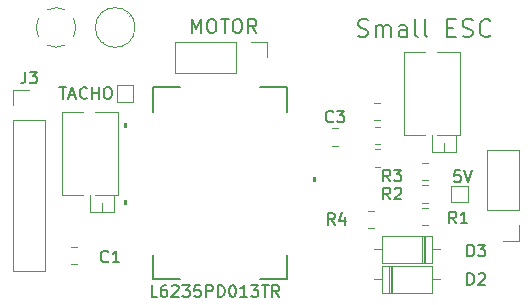
<source format=gbr>
%TF.GenerationSoftware,KiCad,Pcbnew,7.0.11+dfsg-1build4*%
%TF.CreationDate,2024-08-04T00:39:12+02:00*%
%TF.ProjectId,SmallESC,536d616c-6c45-4534-932e-6b696361645f,rev?*%
%TF.SameCoordinates,Original*%
%TF.FileFunction,Legend,Top*%
%TF.FilePolarity,Positive*%
%FSLAX46Y46*%
G04 Gerber Fmt 4.6, Leading zero omitted, Abs format (unit mm)*
G04 Created by KiCad (PCBNEW 7.0.11+dfsg-1build4) date 2024-08-04 00:39:12*
%MOMM*%
%LPD*%
G01*
G04 APERTURE LIST*
%ADD10C,0.200000*%
%ADD11C,0.150000*%
%ADD12C,0.120000*%
%ADD13C,0.152400*%
G04 APERTURE END LIST*
D10*
X78649292Y-52566600D02*
X78863578Y-52638028D01*
X78863578Y-52638028D02*
X79220720Y-52638028D01*
X79220720Y-52638028D02*
X79363578Y-52566600D01*
X79363578Y-52566600D02*
X79435006Y-52495171D01*
X79435006Y-52495171D02*
X79506435Y-52352314D01*
X79506435Y-52352314D02*
X79506435Y-52209457D01*
X79506435Y-52209457D02*
X79435006Y-52066600D01*
X79435006Y-52066600D02*
X79363578Y-51995171D01*
X79363578Y-51995171D02*
X79220720Y-51923742D01*
X79220720Y-51923742D02*
X78935006Y-51852314D01*
X78935006Y-51852314D02*
X78792149Y-51780885D01*
X78792149Y-51780885D02*
X78720720Y-51709457D01*
X78720720Y-51709457D02*
X78649292Y-51566600D01*
X78649292Y-51566600D02*
X78649292Y-51423742D01*
X78649292Y-51423742D02*
X78720720Y-51280885D01*
X78720720Y-51280885D02*
X78792149Y-51209457D01*
X78792149Y-51209457D02*
X78935006Y-51138028D01*
X78935006Y-51138028D02*
X79292149Y-51138028D01*
X79292149Y-51138028D02*
X79506435Y-51209457D01*
X80149291Y-52638028D02*
X80149291Y-51638028D01*
X80149291Y-51780885D02*
X80220720Y-51709457D01*
X80220720Y-51709457D02*
X80363577Y-51638028D01*
X80363577Y-51638028D02*
X80577863Y-51638028D01*
X80577863Y-51638028D02*
X80720720Y-51709457D01*
X80720720Y-51709457D02*
X80792149Y-51852314D01*
X80792149Y-51852314D02*
X80792149Y-52638028D01*
X80792149Y-51852314D02*
X80863577Y-51709457D01*
X80863577Y-51709457D02*
X81006434Y-51638028D01*
X81006434Y-51638028D02*
X81220720Y-51638028D01*
X81220720Y-51638028D02*
X81363577Y-51709457D01*
X81363577Y-51709457D02*
X81435006Y-51852314D01*
X81435006Y-51852314D02*
X81435006Y-52638028D01*
X82792149Y-52638028D02*
X82792149Y-51852314D01*
X82792149Y-51852314D02*
X82720720Y-51709457D01*
X82720720Y-51709457D02*
X82577863Y-51638028D01*
X82577863Y-51638028D02*
X82292149Y-51638028D01*
X82292149Y-51638028D02*
X82149291Y-51709457D01*
X82792149Y-52566600D02*
X82649291Y-52638028D01*
X82649291Y-52638028D02*
X82292149Y-52638028D01*
X82292149Y-52638028D02*
X82149291Y-52566600D01*
X82149291Y-52566600D02*
X82077863Y-52423742D01*
X82077863Y-52423742D02*
X82077863Y-52280885D01*
X82077863Y-52280885D02*
X82149291Y-52138028D01*
X82149291Y-52138028D02*
X82292149Y-52066600D01*
X82292149Y-52066600D02*
X82649291Y-52066600D01*
X82649291Y-52066600D02*
X82792149Y-51995171D01*
X83720720Y-52638028D02*
X83577863Y-52566600D01*
X83577863Y-52566600D02*
X83506434Y-52423742D01*
X83506434Y-52423742D02*
X83506434Y-51138028D01*
X84506434Y-52638028D02*
X84363577Y-52566600D01*
X84363577Y-52566600D02*
X84292148Y-52423742D01*
X84292148Y-52423742D02*
X84292148Y-51138028D01*
X86220719Y-51852314D02*
X86720719Y-51852314D01*
X86935005Y-52638028D02*
X86220719Y-52638028D01*
X86220719Y-52638028D02*
X86220719Y-51138028D01*
X86220719Y-51138028D02*
X86935005Y-51138028D01*
X87506434Y-52566600D02*
X87720720Y-52638028D01*
X87720720Y-52638028D02*
X88077862Y-52638028D01*
X88077862Y-52638028D02*
X88220720Y-52566600D01*
X88220720Y-52566600D02*
X88292148Y-52495171D01*
X88292148Y-52495171D02*
X88363577Y-52352314D01*
X88363577Y-52352314D02*
X88363577Y-52209457D01*
X88363577Y-52209457D02*
X88292148Y-52066600D01*
X88292148Y-52066600D02*
X88220720Y-51995171D01*
X88220720Y-51995171D02*
X88077862Y-51923742D01*
X88077862Y-51923742D02*
X87792148Y-51852314D01*
X87792148Y-51852314D02*
X87649291Y-51780885D01*
X87649291Y-51780885D02*
X87577862Y-51709457D01*
X87577862Y-51709457D02*
X87506434Y-51566600D01*
X87506434Y-51566600D02*
X87506434Y-51423742D01*
X87506434Y-51423742D02*
X87577862Y-51280885D01*
X87577862Y-51280885D02*
X87649291Y-51209457D01*
X87649291Y-51209457D02*
X87792148Y-51138028D01*
X87792148Y-51138028D02*
X88149291Y-51138028D01*
X88149291Y-51138028D02*
X88363577Y-51209457D01*
X89863576Y-52495171D02*
X89792148Y-52566600D01*
X89792148Y-52566600D02*
X89577862Y-52638028D01*
X89577862Y-52638028D02*
X89435005Y-52638028D01*
X89435005Y-52638028D02*
X89220719Y-52566600D01*
X89220719Y-52566600D02*
X89077862Y-52423742D01*
X89077862Y-52423742D02*
X89006433Y-52280885D01*
X89006433Y-52280885D02*
X88935005Y-51995171D01*
X88935005Y-51995171D02*
X88935005Y-51780885D01*
X88935005Y-51780885D02*
X89006433Y-51495171D01*
X89006433Y-51495171D02*
X89077862Y-51352314D01*
X89077862Y-51352314D02*
X89220719Y-51209457D01*
X89220719Y-51209457D02*
X89435005Y-51138028D01*
X89435005Y-51138028D02*
X89577862Y-51138028D01*
X89577862Y-51138028D02*
X89792148Y-51209457D01*
X89792148Y-51209457D02*
X89863576Y-51280885D01*
X64552292Y-52293742D02*
X64552292Y-51093742D01*
X64552292Y-51093742D02*
X64952292Y-51950885D01*
X64952292Y-51950885D02*
X65352292Y-51093742D01*
X65352292Y-51093742D02*
X65352292Y-52293742D01*
X66152292Y-51093742D02*
X66380864Y-51093742D01*
X66380864Y-51093742D02*
X66495149Y-51150885D01*
X66495149Y-51150885D02*
X66609435Y-51265171D01*
X66609435Y-51265171D02*
X66666578Y-51493742D01*
X66666578Y-51493742D02*
X66666578Y-51893742D01*
X66666578Y-51893742D02*
X66609435Y-52122314D01*
X66609435Y-52122314D02*
X66495149Y-52236600D01*
X66495149Y-52236600D02*
X66380864Y-52293742D01*
X66380864Y-52293742D02*
X66152292Y-52293742D01*
X66152292Y-52293742D02*
X66038007Y-52236600D01*
X66038007Y-52236600D02*
X65923721Y-52122314D01*
X65923721Y-52122314D02*
X65866578Y-51893742D01*
X65866578Y-51893742D02*
X65866578Y-51493742D01*
X65866578Y-51493742D02*
X65923721Y-51265171D01*
X65923721Y-51265171D02*
X66038007Y-51150885D01*
X66038007Y-51150885D02*
X66152292Y-51093742D01*
X67009435Y-51093742D02*
X67695150Y-51093742D01*
X67352292Y-52293742D02*
X67352292Y-51093742D01*
X68323721Y-51093742D02*
X68552293Y-51093742D01*
X68552293Y-51093742D02*
X68666578Y-51150885D01*
X68666578Y-51150885D02*
X68780864Y-51265171D01*
X68780864Y-51265171D02*
X68838007Y-51493742D01*
X68838007Y-51493742D02*
X68838007Y-51893742D01*
X68838007Y-51893742D02*
X68780864Y-52122314D01*
X68780864Y-52122314D02*
X68666578Y-52236600D01*
X68666578Y-52236600D02*
X68552293Y-52293742D01*
X68552293Y-52293742D02*
X68323721Y-52293742D01*
X68323721Y-52293742D02*
X68209436Y-52236600D01*
X68209436Y-52236600D02*
X68095150Y-52122314D01*
X68095150Y-52122314D02*
X68038007Y-51893742D01*
X68038007Y-51893742D02*
X68038007Y-51493742D01*
X68038007Y-51493742D02*
X68095150Y-51265171D01*
X68095150Y-51265171D02*
X68209436Y-51150885D01*
X68209436Y-51150885D02*
X68323721Y-51093742D01*
X70038007Y-52293742D02*
X69638007Y-51722314D01*
X69352293Y-52293742D02*
X69352293Y-51093742D01*
X69352293Y-51093742D02*
X69809436Y-51093742D01*
X69809436Y-51093742D02*
X69923721Y-51150885D01*
X69923721Y-51150885D02*
X69980864Y-51208028D01*
X69980864Y-51208028D02*
X70038007Y-51322314D01*
X70038007Y-51322314D02*
X70038007Y-51493742D01*
X70038007Y-51493742D02*
X69980864Y-51608028D01*
X69980864Y-51608028D02*
X69923721Y-51665171D01*
X69923721Y-51665171D02*
X69809436Y-51722314D01*
X69809436Y-51722314D02*
X69352293Y-51722314D01*
D11*
X87907905Y-73606819D02*
X87907905Y-72606819D01*
X87907905Y-72606819D02*
X88146000Y-72606819D01*
X88146000Y-72606819D02*
X88288857Y-72654438D01*
X88288857Y-72654438D02*
X88384095Y-72749676D01*
X88384095Y-72749676D02*
X88431714Y-72844914D01*
X88431714Y-72844914D02*
X88479333Y-73035390D01*
X88479333Y-73035390D02*
X88479333Y-73178247D01*
X88479333Y-73178247D02*
X88431714Y-73368723D01*
X88431714Y-73368723D02*
X88384095Y-73463961D01*
X88384095Y-73463961D02*
X88288857Y-73559200D01*
X88288857Y-73559200D02*
X88146000Y-73606819D01*
X88146000Y-73606819D02*
X87907905Y-73606819D01*
X88860286Y-72702057D02*
X88907905Y-72654438D01*
X88907905Y-72654438D02*
X89003143Y-72606819D01*
X89003143Y-72606819D02*
X89241238Y-72606819D01*
X89241238Y-72606819D02*
X89336476Y-72654438D01*
X89336476Y-72654438D02*
X89384095Y-72702057D01*
X89384095Y-72702057D02*
X89431714Y-72797295D01*
X89431714Y-72797295D02*
X89431714Y-72892533D01*
X89431714Y-72892533D02*
X89384095Y-73035390D01*
X89384095Y-73035390D02*
X88812667Y-73606819D01*
X88812667Y-73606819D02*
X89431714Y-73606819D01*
X81367333Y-66367819D02*
X81034000Y-65891628D01*
X80795905Y-66367819D02*
X80795905Y-65367819D01*
X80795905Y-65367819D02*
X81176857Y-65367819D01*
X81176857Y-65367819D02*
X81272095Y-65415438D01*
X81272095Y-65415438D02*
X81319714Y-65463057D01*
X81319714Y-65463057D02*
X81367333Y-65558295D01*
X81367333Y-65558295D02*
X81367333Y-65701152D01*
X81367333Y-65701152D02*
X81319714Y-65796390D01*
X81319714Y-65796390D02*
X81272095Y-65844009D01*
X81272095Y-65844009D02*
X81176857Y-65891628D01*
X81176857Y-65891628D02*
X80795905Y-65891628D01*
X81748286Y-65463057D02*
X81795905Y-65415438D01*
X81795905Y-65415438D02*
X81891143Y-65367819D01*
X81891143Y-65367819D02*
X82129238Y-65367819D01*
X82129238Y-65367819D02*
X82224476Y-65415438D01*
X82224476Y-65415438D02*
X82272095Y-65463057D01*
X82272095Y-65463057D02*
X82319714Y-65558295D01*
X82319714Y-65558295D02*
X82319714Y-65653533D01*
X82319714Y-65653533D02*
X82272095Y-65796390D01*
X82272095Y-65796390D02*
X81700667Y-66367819D01*
X81700667Y-66367819D02*
X82319714Y-66367819D01*
X57491333Y-71606580D02*
X57443714Y-71654200D01*
X57443714Y-71654200D02*
X57300857Y-71701819D01*
X57300857Y-71701819D02*
X57205619Y-71701819D01*
X57205619Y-71701819D02*
X57062762Y-71654200D01*
X57062762Y-71654200D02*
X56967524Y-71558961D01*
X56967524Y-71558961D02*
X56919905Y-71463723D01*
X56919905Y-71463723D02*
X56872286Y-71273247D01*
X56872286Y-71273247D02*
X56872286Y-71130390D01*
X56872286Y-71130390D02*
X56919905Y-70939914D01*
X56919905Y-70939914D02*
X56967524Y-70844676D01*
X56967524Y-70844676D02*
X57062762Y-70749438D01*
X57062762Y-70749438D02*
X57205619Y-70701819D01*
X57205619Y-70701819D02*
X57300857Y-70701819D01*
X57300857Y-70701819D02*
X57443714Y-70749438D01*
X57443714Y-70749438D02*
X57491333Y-70797057D01*
X58443714Y-71701819D02*
X57872286Y-71701819D01*
X58158000Y-71701819D02*
X58158000Y-70701819D01*
X58158000Y-70701819D02*
X58062762Y-70844676D01*
X58062762Y-70844676D02*
X57967524Y-70939914D01*
X57967524Y-70939914D02*
X57872286Y-70987533D01*
X76541333Y-59766580D02*
X76493714Y-59814200D01*
X76493714Y-59814200D02*
X76350857Y-59861819D01*
X76350857Y-59861819D02*
X76255619Y-59861819D01*
X76255619Y-59861819D02*
X76112762Y-59814200D01*
X76112762Y-59814200D02*
X76017524Y-59718961D01*
X76017524Y-59718961D02*
X75969905Y-59623723D01*
X75969905Y-59623723D02*
X75922286Y-59433247D01*
X75922286Y-59433247D02*
X75922286Y-59290390D01*
X75922286Y-59290390D02*
X75969905Y-59099914D01*
X75969905Y-59099914D02*
X76017524Y-59004676D01*
X76017524Y-59004676D02*
X76112762Y-58909438D01*
X76112762Y-58909438D02*
X76255619Y-58861819D01*
X76255619Y-58861819D02*
X76350857Y-58861819D01*
X76350857Y-58861819D02*
X76493714Y-58909438D01*
X76493714Y-58909438D02*
X76541333Y-58957057D01*
X76874667Y-58861819D02*
X77493714Y-58861819D01*
X77493714Y-58861819D02*
X77160381Y-59242771D01*
X77160381Y-59242771D02*
X77303238Y-59242771D01*
X77303238Y-59242771D02*
X77398476Y-59290390D01*
X77398476Y-59290390D02*
X77446095Y-59338009D01*
X77446095Y-59338009D02*
X77493714Y-59433247D01*
X77493714Y-59433247D02*
X77493714Y-59671342D01*
X77493714Y-59671342D02*
X77446095Y-59766580D01*
X77446095Y-59766580D02*
X77398476Y-59814200D01*
X77398476Y-59814200D02*
X77303238Y-59861819D01*
X77303238Y-59861819D02*
X77017524Y-59861819D01*
X77017524Y-59861819D02*
X76922286Y-59814200D01*
X76922286Y-59814200D02*
X76874667Y-59766580D01*
X86955333Y-68399819D02*
X86622000Y-67923628D01*
X86383905Y-68399819D02*
X86383905Y-67399819D01*
X86383905Y-67399819D02*
X86764857Y-67399819D01*
X86764857Y-67399819D02*
X86860095Y-67447438D01*
X86860095Y-67447438D02*
X86907714Y-67495057D01*
X86907714Y-67495057D02*
X86955333Y-67590295D01*
X86955333Y-67590295D02*
X86955333Y-67733152D01*
X86955333Y-67733152D02*
X86907714Y-67828390D01*
X86907714Y-67828390D02*
X86860095Y-67876009D01*
X86860095Y-67876009D02*
X86764857Y-67923628D01*
X86764857Y-67923628D02*
X86383905Y-67923628D01*
X87907714Y-68399819D02*
X87336286Y-68399819D01*
X87622000Y-68399819D02*
X87622000Y-67399819D01*
X87622000Y-67399819D02*
X87526762Y-67542676D01*
X87526762Y-67542676D02*
X87431524Y-67637914D01*
X87431524Y-67637914D02*
X87336286Y-67685533D01*
X81367333Y-64843819D02*
X81034000Y-64367628D01*
X80795905Y-64843819D02*
X80795905Y-63843819D01*
X80795905Y-63843819D02*
X81176857Y-63843819D01*
X81176857Y-63843819D02*
X81272095Y-63891438D01*
X81272095Y-63891438D02*
X81319714Y-63939057D01*
X81319714Y-63939057D02*
X81367333Y-64034295D01*
X81367333Y-64034295D02*
X81367333Y-64177152D01*
X81367333Y-64177152D02*
X81319714Y-64272390D01*
X81319714Y-64272390D02*
X81272095Y-64320009D01*
X81272095Y-64320009D02*
X81176857Y-64367628D01*
X81176857Y-64367628D02*
X80795905Y-64367628D01*
X81700667Y-63843819D02*
X82319714Y-63843819D01*
X82319714Y-63843819D02*
X81986381Y-64224771D01*
X81986381Y-64224771D02*
X82129238Y-64224771D01*
X82129238Y-64224771D02*
X82224476Y-64272390D01*
X82224476Y-64272390D02*
X82272095Y-64320009D01*
X82272095Y-64320009D02*
X82319714Y-64415247D01*
X82319714Y-64415247D02*
X82319714Y-64653342D01*
X82319714Y-64653342D02*
X82272095Y-64748580D01*
X82272095Y-64748580D02*
X82224476Y-64796200D01*
X82224476Y-64796200D02*
X82129238Y-64843819D01*
X82129238Y-64843819D02*
X81843524Y-64843819D01*
X81843524Y-64843819D02*
X81748286Y-64796200D01*
X81748286Y-64796200D02*
X81700667Y-64748580D01*
X50466666Y-55544819D02*
X50466666Y-56259104D01*
X50466666Y-56259104D02*
X50419047Y-56401961D01*
X50419047Y-56401961D02*
X50323809Y-56497200D01*
X50323809Y-56497200D02*
X50180952Y-56544819D01*
X50180952Y-56544819D02*
X50085714Y-56544819D01*
X50847619Y-55544819D02*
X51466666Y-55544819D01*
X51466666Y-55544819D02*
X51133333Y-55925771D01*
X51133333Y-55925771D02*
X51276190Y-55925771D01*
X51276190Y-55925771D02*
X51371428Y-55973390D01*
X51371428Y-55973390D02*
X51419047Y-56021009D01*
X51419047Y-56021009D02*
X51466666Y-56116247D01*
X51466666Y-56116247D02*
X51466666Y-56354342D01*
X51466666Y-56354342D02*
X51419047Y-56449580D01*
X51419047Y-56449580D02*
X51371428Y-56497200D01*
X51371428Y-56497200D02*
X51276190Y-56544819D01*
X51276190Y-56544819D02*
X50990476Y-56544819D01*
X50990476Y-56544819D02*
X50895238Y-56497200D01*
X50895238Y-56497200D02*
X50847619Y-56449580D01*
X61643237Y-74622819D02*
X61167047Y-74622819D01*
X61167047Y-74622819D02*
X61167047Y-73622819D01*
X62405142Y-73622819D02*
X62214666Y-73622819D01*
X62214666Y-73622819D02*
X62119428Y-73670438D01*
X62119428Y-73670438D02*
X62071809Y-73718057D01*
X62071809Y-73718057D02*
X61976571Y-73860914D01*
X61976571Y-73860914D02*
X61928952Y-74051390D01*
X61928952Y-74051390D02*
X61928952Y-74432342D01*
X61928952Y-74432342D02*
X61976571Y-74527580D01*
X61976571Y-74527580D02*
X62024190Y-74575200D01*
X62024190Y-74575200D02*
X62119428Y-74622819D01*
X62119428Y-74622819D02*
X62309904Y-74622819D01*
X62309904Y-74622819D02*
X62405142Y-74575200D01*
X62405142Y-74575200D02*
X62452761Y-74527580D01*
X62452761Y-74527580D02*
X62500380Y-74432342D01*
X62500380Y-74432342D02*
X62500380Y-74194247D01*
X62500380Y-74194247D02*
X62452761Y-74099009D01*
X62452761Y-74099009D02*
X62405142Y-74051390D01*
X62405142Y-74051390D02*
X62309904Y-74003771D01*
X62309904Y-74003771D02*
X62119428Y-74003771D01*
X62119428Y-74003771D02*
X62024190Y-74051390D01*
X62024190Y-74051390D02*
X61976571Y-74099009D01*
X61976571Y-74099009D02*
X61928952Y-74194247D01*
X62881333Y-73718057D02*
X62928952Y-73670438D01*
X62928952Y-73670438D02*
X63024190Y-73622819D01*
X63024190Y-73622819D02*
X63262285Y-73622819D01*
X63262285Y-73622819D02*
X63357523Y-73670438D01*
X63357523Y-73670438D02*
X63405142Y-73718057D01*
X63405142Y-73718057D02*
X63452761Y-73813295D01*
X63452761Y-73813295D02*
X63452761Y-73908533D01*
X63452761Y-73908533D02*
X63405142Y-74051390D01*
X63405142Y-74051390D02*
X62833714Y-74622819D01*
X62833714Y-74622819D02*
X63452761Y-74622819D01*
X63786095Y-73622819D02*
X64405142Y-73622819D01*
X64405142Y-73622819D02*
X64071809Y-74003771D01*
X64071809Y-74003771D02*
X64214666Y-74003771D01*
X64214666Y-74003771D02*
X64309904Y-74051390D01*
X64309904Y-74051390D02*
X64357523Y-74099009D01*
X64357523Y-74099009D02*
X64405142Y-74194247D01*
X64405142Y-74194247D02*
X64405142Y-74432342D01*
X64405142Y-74432342D02*
X64357523Y-74527580D01*
X64357523Y-74527580D02*
X64309904Y-74575200D01*
X64309904Y-74575200D02*
X64214666Y-74622819D01*
X64214666Y-74622819D02*
X63928952Y-74622819D01*
X63928952Y-74622819D02*
X63833714Y-74575200D01*
X63833714Y-74575200D02*
X63786095Y-74527580D01*
X65309904Y-73622819D02*
X64833714Y-73622819D01*
X64833714Y-73622819D02*
X64786095Y-74099009D01*
X64786095Y-74099009D02*
X64833714Y-74051390D01*
X64833714Y-74051390D02*
X64928952Y-74003771D01*
X64928952Y-74003771D02*
X65167047Y-74003771D01*
X65167047Y-74003771D02*
X65262285Y-74051390D01*
X65262285Y-74051390D02*
X65309904Y-74099009D01*
X65309904Y-74099009D02*
X65357523Y-74194247D01*
X65357523Y-74194247D02*
X65357523Y-74432342D01*
X65357523Y-74432342D02*
X65309904Y-74527580D01*
X65309904Y-74527580D02*
X65262285Y-74575200D01*
X65262285Y-74575200D02*
X65167047Y-74622819D01*
X65167047Y-74622819D02*
X64928952Y-74622819D01*
X64928952Y-74622819D02*
X64833714Y-74575200D01*
X64833714Y-74575200D02*
X64786095Y-74527580D01*
X65786095Y-74622819D02*
X65786095Y-73622819D01*
X65786095Y-73622819D02*
X66167047Y-73622819D01*
X66167047Y-73622819D02*
X66262285Y-73670438D01*
X66262285Y-73670438D02*
X66309904Y-73718057D01*
X66309904Y-73718057D02*
X66357523Y-73813295D01*
X66357523Y-73813295D02*
X66357523Y-73956152D01*
X66357523Y-73956152D02*
X66309904Y-74051390D01*
X66309904Y-74051390D02*
X66262285Y-74099009D01*
X66262285Y-74099009D02*
X66167047Y-74146628D01*
X66167047Y-74146628D02*
X65786095Y-74146628D01*
X66786095Y-74622819D02*
X66786095Y-73622819D01*
X66786095Y-73622819D02*
X67024190Y-73622819D01*
X67024190Y-73622819D02*
X67167047Y-73670438D01*
X67167047Y-73670438D02*
X67262285Y-73765676D01*
X67262285Y-73765676D02*
X67309904Y-73860914D01*
X67309904Y-73860914D02*
X67357523Y-74051390D01*
X67357523Y-74051390D02*
X67357523Y-74194247D01*
X67357523Y-74194247D02*
X67309904Y-74384723D01*
X67309904Y-74384723D02*
X67262285Y-74479961D01*
X67262285Y-74479961D02*
X67167047Y-74575200D01*
X67167047Y-74575200D02*
X67024190Y-74622819D01*
X67024190Y-74622819D02*
X66786095Y-74622819D01*
X67976571Y-73622819D02*
X68071809Y-73622819D01*
X68071809Y-73622819D02*
X68167047Y-73670438D01*
X68167047Y-73670438D02*
X68214666Y-73718057D01*
X68214666Y-73718057D02*
X68262285Y-73813295D01*
X68262285Y-73813295D02*
X68309904Y-74003771D01*
X68309904Y-74003771D02*
X68309904Y-74241866D01*
X68309904Y-74241866D02*
X68262285Y-74432342D01*
X68262285Y-74432342D02*
X68214666Y-74527580D01*
X68214666Y-74527580D02*
X68167047Y-74575200D01*
X68167047Y-74575200D02*
X68071809Y-74622819D01*
X68071809Y-74622819D02*
X67976571Y-74622819D01*
X67976571Y-74622819D02*
X67881333Y-74575200D01*
X67881333Y-74575200D02*
X67833714Y-74527580D01*
X67833714Y-74527580D02*
X67786095Y-74432342D01*
X67786095Y-74432342D02*
X67738476Y-74241866D01*
X67738476Y-74241866D02*
X67738476Y-74003771D01*
X67738476Y-74003771D02*
X67786095Y-73813295D01*
X67786095Y-73813295D02*
X67833714Y-73718057D01*
X67833714Y-73718057D02*
X67881333Y-73670438D01*
X67881333Y-73670438D02*
X67976571Y-73622819D01*
X69262285Y-74622819D02*
X68690857Y-74622819D01*
X68976571Y-74622819D02*
X68976571Y-73622819D01*
X68976571Y-73622819D02*
X68881333Y-73765676D01*
X68881333Y-73765676D02*
X68786095Y-73860914D01*
X68786095Y-73860914D02*
X68690857Y-73908533D01*
X69595619Y-73622819D02*
X70214666Y-73622819D01*
X70214666Y-73622819D02*
X69881333Y-74003771D01*
X69881333Y-74003771D02*
X70024190Y-74003771D01*
X70024190Y-74003771D02*
X70119428Y-74051390D01*
X70119428Y-74051390D02*
X70167047Y-74099009D01*
X70167047Y-74099009D02*
X70214666Y-74194247D01*
X70214666Y-74194247D02*
X70214666Y-74432342D01*
X70214666Y-74432342D02*
X70167047Y-74527580D01*
X70167047Y-74527580D02*
X70119428Y-74575200D01*
X70119428Y-74575200D02*
X70024190Y-74622819D01*
X70024190Y-74622819D02*
X69738476Y-74622819D01*
X69738476Y-74622819D02*
X69643238Y-74575200D01*
X69643238Y-74575200D02*
X69595619Y-74527580D01*
X70500381Y-73622819D02*
X71071809Y-73622819D01*
X70786095Y-74622819D02*
X70786095Y-73622819D01*
X71976571Y-74622819D02*
X71643238Y-74146628D01*
X71405143Y-74622819D02*
X71405143Y-73622819D01*
X71405143Y-73622819D02*
X71786095Y-73622819D01*
X71786095Y-73622819D02*
X71881333Y-73670438D01*
X71881333Y-73670438D02*
X71928952Y-73718057D01*
X71928952Y-73718057D02*
X71976571Y-73813295D01*
X71976571Y-73813295D02*
X71976571Y-73956152D01*
X71976571Y-73956152D02*
X71928952Y-74051390D01*
X71928952Y-74051390D02*
X71881333Y-74099009D01*
X71881333Y-74099009D02*
X71786095Y-74146628D01*
X71786095Y-74146628D02*
X71405143Y-74146628D01*
X76668333Y-68526819D02*
X76335000Y-68050628D01*
X76096905Y-68526819D02*
X76096905Y-67526819D01*
X76096905Y-67526819D02*
X76477857Y-67526819D01*
X76477857Y-67526819D02*
X76573095Y-67574438D01*
X76573095Y-67574438D02*
X76620714Y-67622057D01*
X76620714Y-67622057D02*
X76668333Y-67717295D01*
X76668333Y-67717295D02*
X76668333Y-67860152D01*
X76668333Y-67860152D02*
X76620714Y-67955390D01*
X76620714Y-67955390D02*
X76573095Y-68003009D01*
X76573095Y-68003009D02*
X76477857Y-68050628D01*
X76477857Y-68050628D02*
X76096905Y-68050628D01*
X77525476Y-67860152D02*
X77525476Y-68526819D01*
X77287381Y-67479200D02*
X77049286Y-68193485D01*
X77049286Y-68193485D02*
X77668333Y-68193485D01*
X87312523Y-63919819D02*
X86836333Y-63919819D01*
X86836333Y-63919819D02*
X86788714Y-64396009D01*
X86788714Y-64396009D02*
X86836333Y-64348390D01*
X86836333Y-64348390D02*
X86931571Y-64300771D01*
X86931571Y-64300771D02*
X87169666Y-64300771D01*
X87169666Y-64300771D02*
X87264904Y-64348390D01*
X87264904Y-64348390D02*
X87312523Y-64396009D01*
X87312523Y-64396009D02*
X87360142Y-64491247D01*
X87360142Y-64491247D02*
X87360142Y-64729342D01*
X87360142Y-64729342D02*
X87312523Y-64824580D01*
X87312523Y-64824580D02*
X87264904Y-64872200D01*
X87264904Y-64872200D02*
X87169666Y-64919819D01*
X87169666Y-64919819D02*
X86931571Y-64919819D01*
X86931571Y-64919819D02*
X86836333Y-64872200D01*
X86836333Y-64872200D02*
X86788714Y-64824580D01*
X87645857Y-63919819D02*
X87979190Y-64919819D01*
X87979190Y-64919819D02*
X88312523Y-63919819D01*
X53364095Y-56858819D02*
X53935523Y-56858819D01*
X53649809Y-57858819D02*
X53649809Y-56858819D01*
X54221238Y-57573104D02*
X54697428Y-57573104D01*
X54126000Y-57858819D02*
X54459333Y-56858819D01*
X54459333Y-56858819D02*
X54792666Y-57858819D01*
X55697428Y-57763580D02*
X55649809Y-57811200D01*
X55649809Y-57811200D02*
X55506952Y-57858819D01*
X55506952Y-57858819D02*
X55411714Y-57858819D01*
X55411714Y-57858819D02*
X55268857Y-57811200D01*
X55268857Y-57811200D02*
X55173619Y-57715961D01*
X55173619Y-57715961D02*
X55126000Y-57620723D01*
X55126000Y-57620723D02*
X55078381Y-57430247D01*
X55078381Y-57430247D02*
X55078381Y-57287390D01*
X55078381Y-57287390D02*
X55126000Y-57096914D01*
X55126000Y-57096914D02*
X55173619Y-57001676D01*
X55173619Y-57001676D02*
X55268857Y-56906438D01*
X55268857Y-56906438D02*
X55411714Y-56858819D01*
X55411714Y-56858819D02*
X55506952Y-56858819D01*
X55506952Y-56858819D02*
X55649809Y-56906438D01*
X55649809Y-56906438D02*
X55697428Y-56954057D01*
X56126000Y-57858819D02*
X56126000Y-56858819D01*
X56126000Y-57335009D02*
X56697428Y-57335009D01*
X56697428Y-57858819D02*
X56697428Y-56858819D01*
X57364095Y-56858819D02*
X57554571Y-56858819D01*
X57554571Y-56858819D02*
X57649809Y-56906438D01*
X57649809Y-56906438D02*
X57745047Y-57001676D01*
X57745047Y-57001676D02*
X57792666Y-57192152D01*
X57792666Y-57192152D02*
X57792666Y-57525485D01*
X57792666Y-57525485D02*
X57745047Y-57715961D01*
X57745047Y-57715961D02*
X57649809Y-57811200D01*
X57649809Y-57811200D02*
X57554571Y-57858819D01*
X57554571Y-57858819D02*
X57364095Y-57858819D01*
X57364095Y-57858819D02*
X57268857Y-57811200D01*
X57268857Y-57811200D02*
X57173619Y-57715961D01*
X57173619Y-57715961D02*
X57126000Y-57525485D01*
X57126000Y-57525485D02*
X57126000Y-57192152D01*
X57126000Y-57192152D02*
X57173619Y-57001676D01*
X57173619Y-57001676D02*
X57268857Y-56906438D01*
X57268857Y-56906438D02*
X57364095Y-56858819D01*
X87907905Y-71193819D02*
X87907905Y-70193819D01*
X87907905Y-70193819D02*
X88146000Y-70193819D01*
X88146000Y-70193819D02*
X88288857Y-70241438D01*
X88288857Y-70241438D02*
X88384095Y-70336676D01*
X88384095Y-70336676D02*
X88431714Y-70431914D01*
X88431714Y-70431914D02*
X88479333Y-70622390D01*
X88479333Y-70622390D02*
X88479333Y-70765247D01*
X88479333Y-70765247D02*
X88431714Y-70955723D01*
X88431714Y-70955723D02*
X88384095Y-71050961D01*
X88384095Y-71050961D02*
X88288857Y-71146200D01*
X88288857Y-71146200D02*
X88146000Y-71193819D01*
X88146000Y-71193819D02*
X87907905Y-71193819D01*
X88812667Y-70193819D02*
X89431714Y-70193819D01*
X89431714Y-70193819D02*
X89098381Y-70574771D01*
X89098381Y-70574771D02*
X89241238Y-70574771D01*
X89241238Y-70574771D02*
X89336476Y-70622390D01*
X89336476Y-70622390D02*
X89384095Y-70670009D01*
X89384095Y-70670009D02*
X89431714Y-70765247D01*
X89431714Y-70765247D02*
X89431714Y-71003342D01*
X89431714Y-71003342D02*
X89384095Y-71098580D01*
X89384095Y-71098580D02*
X89336476Y-71146200D01*
X89336476Y-71146200D02*
X89241238Y-71193819D01*
X89241238Y-71193819D02*
X88955524Y-71193819D01*
X88955524Y-71193819D02*
X88860286Y-71146200D01*
X88860286Y-71146200D02*
X88812667Y-71098580D01*
D12*
%TO.C,J1*%
X56906000Y-52792000D02*
X56812000Y-52885000D01*
X57076000Y-53032000D02*
X57017000Y-53090000D01*
X59156000Y-50541000D02*
X59097000Y-50600000D01*
X59361000Y-50747000D02*
X59267000Y-50840000D01*
X51602000Y-51027000D02*
G75*
G03*
X51602047Y-52605089I1483995J-789000D01*
G01*
X53875000Y-50332000D02*
G75*
G03*
X52296911Y-50332047I-789000J-1483995D01*
G01*
X52297000Y-53299999D02*
G75*
G03*
X53115383Y-53496449I788998J1483994D01*
G01*
X53086000Y-53495999D02*
G75*
G03*
X53874712Y-53299351I0J1679999D01*
G01*
X54570000Y-52605000D02*
G75*
G03*
X54569952Y-51026911I-1484000J789000D01*
G01*
X59766000Y-51816000D02*
G75*
G03*
X56406000Y-51816000I-1680000J0D01*
G01*
X56406000Y-51816000D02*
G75*
G03*
X59766000Y-51816000I1680000J0D01*
G01*
%TO.C,D2*%
X85574000Y-70612000D02*
X84924000Y-70612000D01*
X84924000Y-71732000D02*
X84924000Y-69492000D01*
X84924000Y-69492000D02*
X80684000Y-69492000D01*
X84324000Y-71732000D02*
X84324000Y-69492000D01*
X84204000Y-71732000D02*
X84204000Y-69492000D01*
X84084000Y-71732000D02*
X84084000Y-69492000D01*
X80684000Y-71732000D02*
X84924000Y-71732000D01*
X80684000Y-69492000D02*
X80684000Y-71732000D01*
X80034000Y-70612000D02*
X80684000Y-70612000D01*
%TO.C,R6*%
X80052936Y-60225000D02*
X80507064Y-60225000D01*
X80052936Y-61695000D02*
X80507064Y-61695000D01*
%TO.C,RV2*%
X84896000Y-62399000D02*
X86916000Y-62399000D01*
X84896000Y-62399000D02*
X84896000Y-60920000D01*
X85906000Y-62399000D02*
X85906000Y-61640000D01*
X86916000Y-62399000D02*
X86916000Y-60880000D01*
X85332000Y-60880000D02*
X86916000Y-60880000D01*
X82556000Y-60879000D02*
X84342000Y-60879000D01*
X82556000Y-60879000D02*
X82556000Y-53929000D01*
X85332000Y-60879000D02*
X87296000Y-60879000D01*
X87296000Y-60879000D02*
X87296000Y-53929000D01*
X82556000Y-53929000D02*
X84342000Y-53929000D01*
X85332000Y-53929000D02*
X87296000Y-53929000D01*
%TO.C,R2*%
X84555064Y-65178000D02*
X84100936Y-65178000D01*
X84555064Y-66648000D02*
X84100936Y-66648000D01*
%TO.C,J4*%
X92262000Y-69910000D02*
X90932000Y-69910000D01*
X92262000Y-68580000D02*
X92262000Y-69910000D01*
X92262000Y-67310000D02*
X92262000Y-62170000D01*
X92262000Y-67310000D02*
X89602000Y-67310000D01*
X92262000Y-62170000D02*
X89602000Y-62170000D01*
X89602000Y-67310000D02*
X89602000Y-62170000D01*
%TO.C,C1*%
X54348748Y-70385000D02*
X54871252Y-70385000D01*
X54348748Y-71855000D02*
X54871252Y-71855000D01*
%TO.C,C3*%
X76446748Y-60352000D02*
X76969252Y-60352000D01*
X76446748Y-61822000D02*
X76969252Y-61822000D01*
%TO.C,R7*%
X80036936Y-58193000D02*
X80491064Y-58193000D01*
X80036936Y-59663000D02*
X80491064Y-59663000D01*
%TO.C,RV1*%
X55940000Y-67479000D02*
X57960000Y-67479000D01*
X55940000Y-67479000D02*
X55940000Y-66000000D01*
X56950000Y-67479000D02*
X56950000Y-66720000D01*
X57960000Y-67479000D02*
X57960000Y-65960000D01*
X56376000Y-65960000D02*
X57960000Y-65960000D01*
X53600000Y-65959000D02*
X55386000Y-65959000D01*
X53600000Y-65959000D02*
X53600000Y-59009000D01*
X56376000Y-65959000D02*
X58340000Y-65959000D01*
X58340000Y-65959000D02*
X58340000Y-59009000D01*
X53600000Y-59009000D02*
X55386000Y-59009000D01*
X56376000Y-59009000D02*
X58340000Y-59009000D01*
%TO.C,R1*%
X84555064Y-68553000D02*
X84100936Y-68553000D01*
X84555064Y-67083000D02*
X84100936Y-67083000D01*
%TO.C,J2*%
X70911000Y-53026000D02*
X70911000Y-54356000D01*
X69581000Y-53026000D02*
X70911000Y-53026000D01*
X68311000Y-53026000D02*
X63171000Y-53026000D01*
X68311000Y-53026000D02*
X68311000Y-55686000D01*
X63171000Y-53026000D02*
X63171000Y-55686000D01*
X68311000Y-55686000D02*
X63171000Y-55686000D01*
%TO.C,R3*%
X84555064Y-64743000D02*
X84100936Y-64743000D01*
X84555064Y-63273000D02*
X84100936Y-63273000D01*
%TO.C,J3*%
X49470000Y-57090000D02*
X50800000Y-57090000D01*
X49470000Y-58420000D02*
X49470000Y-57090000D01*
X49470000Y-59690000D02*
X49470000Y-72450000D01*
X49470000Y-59690000D02*
X52130000Y-59690000D01*
X49470000Y-72450000D02*
X52130000Y-72450000D01*
X52130000Y-59690000D02*
X52130000Y-72450000D01*
D13*
%TO.C,U1*%
X72631300Y-73133001D02*
X72631300Y-71050678D01*
X72631300Y-58959324D02*
X72631300Y-56877001D01*
X72631300Y-56877001D02*
X70360750Y-56877001D01*
X70360750Y-73133001D02*
X72631300Y-73133001D01*
X63548050Y-56877001D02*
X61277500Y-56877001D01*
X61277500Y-73133001D02*
X63548050Y-73133001D01*
X61277500Y-71050678D02*
X61277500Y-73133001D01*
X61277500Y-56877001D02*
X61277500Y-58959324D01*
G36*
X75064099Y-64870500D02*
G01*
X74810099Y-64870500D01*
X74810099Y-64489500D01*
X75064099Y-64489500D01*
X75064099Y-64870500D01*
G37*
G36*
X59098701Y-66820502D02*
G01*
X58844701Y-66820502D01*
X58844701Y-66439502D01*
X59098701Y-66439502D01*
X59098701Y-66820502D01*
G37*
G36*
X59098701Y-60320502D02*
G01*
X58844701Y-60320502D01*
X58844701Y-59939502D01*
X59098701Y-59939502D01*
X59098701Y-60320502D01*
G37*
D12*
%TO.C,R5*%
X80052936Y-62130000D02*
X80507064Y-62130000D01*
X80052936Y-63600000D02*
X80507064Y-63600000D01*
%TO.C,R4*%
X79983064Y-68807000D02*
X79528936Y-68807000D01*
X79983064Y-67337000D02*
X79528936Y-67337000D01*
%TO.C,5V*%
X86549000Y-65213000D02*
X87949000Y-65213000D01*
X86549000Y-66613000D02*
X86549000Y-65213000D01*
X87949000Y-65213000D02*
X87949000Y-66613000D01*
X87949000Y-66613000D02*
X86549000Y-66613000D01*
%TO.C,TACHO*%
X58228000Y-56704000D02*
X59628000Y-56704000D01*
X58228000Y-58104000D02*
X58228000Y-56704000D01*
X59628000Y-56704000D02*
X59628000Y-58104000D01*
X59628000Y-58104000D02*
X58228000Y-58104000D01*
%TO.C,D3*%
X80034000Y-73152000D02*
X80684000Y-73152000D01*
X80684000Y-72032000D02*
X80684000Y-74272000D01*
X80684000Y-74272000D02*
X84924000Y-74272000D01*
X81284000Y-72032000D02*
X81284000Y-74272000D01*
X81404000Y-72032000D02*
X81404000Y-74272000D01*
X81524000Y-72032000D02*
X81524000Y-74272000D01*
X84924000Y-72032000D02*
X80684000Y-72032000D01*
X84924000Y-74272000D02*
X84924000Y-72032000D01*
X85574000Y-73152000D02*
X84924000Y-73152000D01*
%TD*%
M02*

</source>
